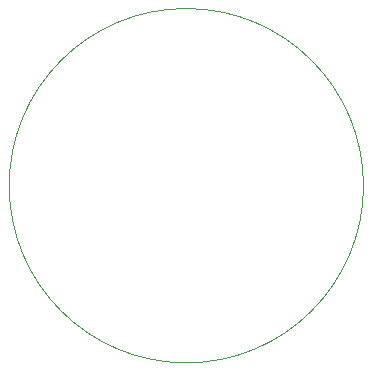
<source format=gbr>
%TF.GenerationSoftware,KiCad,Pcbnew,7.0.8*%
%TF.CreationDate,2023-10-23T16:10:47-04:00*%
%TF.ProjectId,BoostCircuit,426f6f73-7443-4697-9263-7569742e6b69,rev?*%
%TF.SameCoordinates,Original*%
%TF.FileFunction,Profile,NP*%
%FSLAX46Y46*%
G04 Gerber Fmt 4.6, Leading zero omitted, Abs format (unit mm)*
G04 Created by KiCad (PCBNEW 7.0.8) date 2023-10-23 16:10:47*
%MOMM*%
%LPD*%
G01*
G04 APERTURE LIST*
%TA.AperFunction,Profile*%
%ADD10C,0.050000*%
%TD*%
G04 APERTURE END LIST*
D10*
X147500000Y-102430000D02*
G75*
G03*
X147500000Y-102430000I-15000000J0D01*
G01*
M02*

</source>
